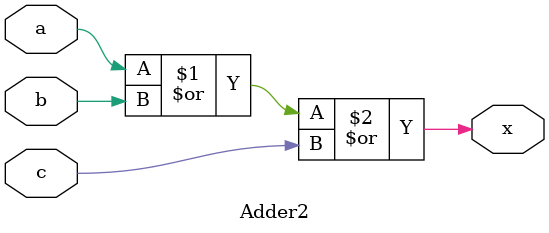
<source format=sv>
`timescale 1ns / 1ps
module Adder2(input logic a, b, c,
              output logic x );
              
              assign x = a | b | c;
endmodule

</source>
